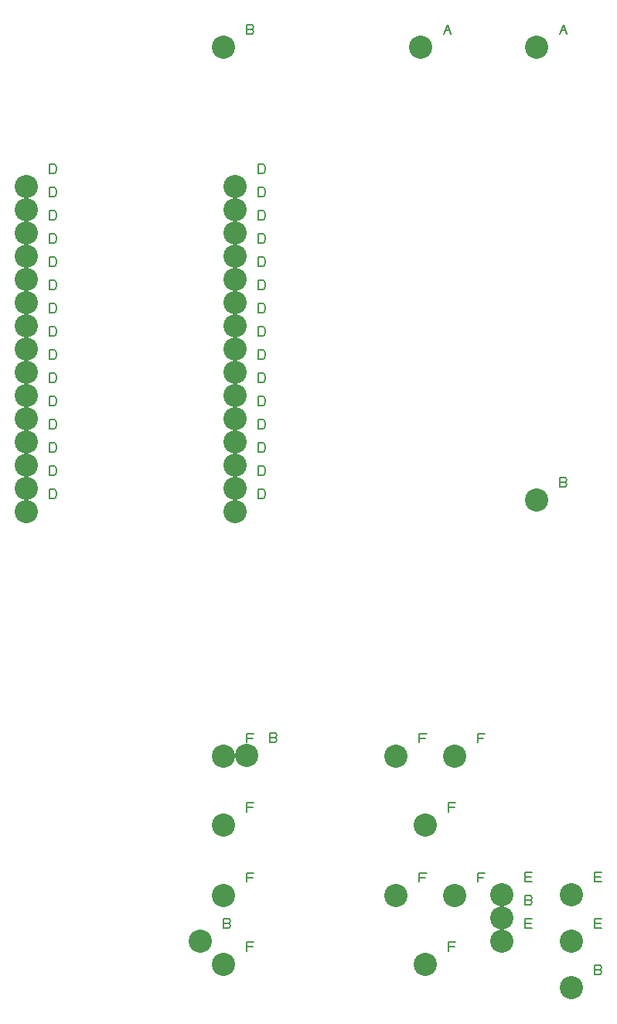
<source format=gbr>
G04 EasyPC Gerber Version 21.0.3 Build 4286 *
G04 #@! TF.Part,Single*
G04 #@! TF.FileFunction,Drillmap *
G04 #@! TF.FilePolarity,Positive *
%FSLAX35Y35*%
%MOIN*%
%ADD11C,0.00500*%
G04 #@! TA.AperFunction,WasherPad*
%ADD20C,0.10000*%
X0Y0D02*
D02*
D11*
X115250Y261187D02*
Y264937D01*
X117125*
X117750Y264625*
X118063Y264313*
X118375Y263687*
Y262437*
X118063Y261813*
X117750Y261500*
X117125Y261187*
X115250*
Y271187D02*
Y274937D01*
X117125*
X117750Y274625*
X118063Y274313*
X118375Y273687*
Y272437*
X118063Y271813*
X117750Y271500*
X117125Y271187*
X115250*
Y281187D02*
Y284937D01*
X117125*
X117750Y284625*
X118063Y284313*
X118375Y283687*
Y282437*
X118063Y281813*
X117750Y281500*
X117125Y281187*
X115250*
Y291187D02*
Y294937D01*
X117125*
X117750Y294625*
X118063Y294313*
X118375Y293687*
Y292437*
X118063Y291813*
X117750Y291500*
X117125Y291187*
X115250*
Y301187D02*
Y304937D01*
X117125*
X117750Y304625*
X118063Y304313*
X118375Y303687*
Y302437*
X118063Y301813*
X117750Y301500*
X117125Y301187*
X115250*
Y311187D02*
Y314937D01*
X117125*
X117750Y314625*
X118063Y314313*
X118375Y313687*
Y312437*
X118063Y311813*
X117750Y311500*
X117125Y311187*
X115250*
Y321187D02*
Y324937D01*
X117125*
X117750Y324625*
X118063Y324313*
X118375Y323687*
Y322437*
X118063Y321813*
X117750Y321500*
X117125Y321187*
X115250*
Y331187D02*
Y334937D01*
X117125*
X117750Y334625*
X118063Y334313*
X118375Y333687*
Y332437*
X118063Y331813*
X117750Y331500*
X117125Y331187*
X115250*
Y341187D02*
Y344937D01*
X117125*
X117750Y344625*
X118063Y344313*
X118375Y343687*
Y342437*
X118063Y341813*
X117750Y341500*
X117125Y341187*
X115250*
Y351187D02*
Y354937D01*
X117125*
X117750Y354625*
X118063Y354313*
X118375Y353687*
Y352437*
X118063Y351813*
X117750Y351500*
X117125Y351187*
X115250*
Y361187D02*
Y364937D01*
X117125*
X117750Y364625*
X118063Y364313*
X118375Y363687*
Y362437*
X118063Y361813*
X117750Y361500*
X117125Y361187*
X115250*
Y371187D02*
Y374937D01*
X117125*
X117750Y374625*
X118063Y374313*
X118375Y373687*
Y372437*
X118063Y371813*
X117750Y371500*
X117125Y371187*
X115250*
Y381187D02*
Y384937D01*
X117125*
X117750Y384625*
X118063Y384313*
X118375Y383687*
Y382437*
X118063Y381813*
X117750Y381500*
X117125Y381187*
X115250*
Y391187D02*
Y394937D01*
X117125*
X117750Y394625*
X118063Y394313*
X118375Y393687*
Y392437*
X118063Y391813*
X117750Y391500*
X117125Y391187*
X115250*
Y401187D02*
Y404937D01*
X117125*
X117750Y404625*
X118063Y404313*
X118375Y403687*
Y402437*
X118063Y401813*
X117750Y401500*
X117125Y401187*
X115250*
X192437Y78063D02*
X193063Y77750D01*
X193375Y77125*
X193063Y76500*
X192437Y76187*
X190250*
Y79937*
X192437*
X193063Y79625*
X193375Y79000*
X193063Y78375*
X192437Y78063*
X190250*
X200250Y66187D02*
Y69937D01*
X203375*
X202750Y68063D02*
X200250D01*
Y95951D02*
Y99701D01*
X203375*
X202750Y97826D02*
X200250D01*
Y126187D02*
Y129937D01*
X203375*
X202750Y128063D02*
X200250D01*
Y155951D02*
Y159701D01*
X203375*
X202750Y157826D02*
X200250D01*
X202437Y463063D02*
X203063Y462750D01*
X203375Y462125*
X203063Y461500*
X202437Y461187*
X200250*
Y464937*
X202437*
X203063Y464625*
X203375Y464000*
X203063Y463375*
X202437Y463063*
X200250*
X205250Y261187D02*
Y264937D01*
X207125*
X207750Y264625*
X208063Y264313*
X208375Y263687*
Y262437*
X208063Y261813*
X207750Y261500*
X207125Y261187*
X205250*
Y271187D02*
Y274937D01*
X207125*
X207750Y274625*
X208063Y274313*
X208375Y273687*
Y272437*
X208063Y271813*
X207750Y271500*
X207125Y271187*
X205250*
Y281187D02*
Y284937D01*
X207125*
X207750Y284625*
X208063Y284313*
X208375Y283687*
Y282437*
X208063Y281813*
X207750Y281500*
X207125Y281187*
X205250*
Y291187D02*
Y294937D01*
X207125*
X207750Y294625*
X208063Y294313*
X208375Y293687*
Y292437*
X208063Y291813*
X207750Y291500*
X207125Y291187*
X205250*
Y301187D02*
Y304937D01*
X207125*
X207750Y304625*
X208063Y304313*
X208375Y303687*
Y302437*
X208063Y301813*
X207750Y301500*
X207125Y301187*
X205250*
Y311187D02*
Y314937D01*
X207125*
X207750Y314625*
X208063Y314313*
X208375Y313687*
Y312437*
X208063Y311813*
X207750Y311500*
X207125Y311187*
X205250*
Y321187D02*
Y324937D01*
X207125*
X207750Y324625*
X208063Y324313*
X208375Y323687*
Y322437*
X208063Y321813*
X207750Y321500*
X207125Y321187*
X205250*
Y331187D02*
Y334937D01*
X207125*
X207750Y334625*
X208063Y334313*
X208375Y333687*
Y332437*
X208063Y331813*
X207750Y331500*
X207125Y331187*
X205250*
Y341187D02*
Y344937D01*
X207125*
X207750Y344625*
X208063Y344313*
X208375Y343687*
Y342437*
X208063Y341813*
X207750Y341500*
X207125Y341187*
X205250*
Y351187D02*
Y354937D01*
X207125*
X207750Y354625*
X208063Y354313*
X208375Y353687*
Y352437*
X208063Y351813*
X207750Y351500*
X207125Y351187*
X205250*
Y361187D02*
Y364937D01*
X207125*
X207750Y364625*
X208063Y364313*
X208375Y363687*
Y362437*
X208063Y361813*
X207750Y361500*
X207125Y361187*
X205250*
Y371187D02*
Y374937D01*
X207125*
X207750Y374625*
X208063Y374313*
X208375Y373687*
Y372437*
X208063Y371813*
X207750Y371500*
X207125Y371187*
X205250*
Y381187D02*
Y384937D01*
X207125*
X207750Y384625*
X208063Y384313*
X208375Y383687*
Y382437*
X208063Y381813*
X207750Y381500*
X207125Y381187*
X205250*
Y391187D02*
Y394937D01*
X207125*
X207750Y394625*
X208063Y394313*
X208375Y393687*
Y392437*
X208063Y391813*
X207750Y391500*
X207125Y391187*
X205250*
Y401187D02*
Y404937D01*
X207125*
X207750Y404625*
X208063Y404313*
X208375Y403687*
Y402437*
X208063Y401813*
X207750Y401500*
X207125Y401187*
X205250*
X212437Y158063D02*
X213063Y157750D01*
X213375Y157125*
X213063Y156500*
X212437Y156187*
X210250*
Y159937*
X212437*
X213063Y159625*
X213375Y159000*
X213063Y158375*
X212437Y158063*
X210250*
X274659Y95951D02*
Y99701D01*
X277785*
X277159Y97826D02*
X274659D01*
Y155951D02*
Y159701D01*
X277785*
X277159Y157826D02*
X274659D01*
X285250Y461187D02*
X286813Y464937D01*
X288375Y461187*
X285875Y462750D02*
X287750D01*
X287258Y66187D02*
Y69937D01*
X290383*
X289758Y68063D02*
X287258D01*
Y126187D02*
Y129937D01*
X290383*
X289758Y128063D02*
X287258D01*
X299856Y95951D02*
Y99701D01*
X302981*
X302356Y97826D02*
X299856D01*
Y155951D02*
Y159701D01*
X302981*
X302356Y157826D02*
X299856D01*
X320250Y76187D02*
Y79937D01*
X323375*
X322750Y78063D02*
X320250D01*
Y76187D02*
X323375D01*
X322437Y88063D02*
X323063Y87750D01*
X323375Y87125*
X323063Y86500*
X322437Y86187*
X320250*
Y89937*
X322437*
X323063Y89625*
X323375Y89000*
X323063Y88375*
X322437Y88063*
X320250*
Y96187D02*
Y99937D01*
X323375*
X322750Y98063D02*
X320250D01*
Y96187D02*
X323375D01*
X337437Y268063D02*
X338063Y267750D01*
X338375Y267125*
X338063Y266500*
X337437Y266187*
X335250*
Y269937*
X337437*
X338063Y269625*
X338375Y269000*
X338063Y268375*
X337437Y268063*
X335250*
Y461187D02*
X336813Y464937D01*
X338375Y461187*
X335875Y462750D02*
X337750D01*
X352437Y58063D02*
X353063Y57750D01*
X353375Y57125*
X353063Y56500*
X352437Y56187*
X350250*
Y59937*
X352437*
X353063Y59625*
X353375Y59000*
X353063Y58375*
X352437Y58063*
X350250*
Y76187D02*
Y79937D01*
X353375*
X352750Y78063D02*
X350250D01*
Y76187D02*
X353375D01*
X350250Y96187D02*
Y99937D01*
X353375*
X352750Y98063D02*
X350250D01*
Y96187D02*
X353375D01*
D02*
D20*
X105250Y255250D03*
Y265250D03*
Y275250D03*
Y285250D03*
Y295250D03*
Y305250D03*
Y315250D03*
Y325250D03*
Y335250D03*
Y345250D03*
Y355250D03*
Y365250D03*
Y375250D03*
Y385250D03*
Y395250D03*
X180250Y70250D03*
X190250Y60250D03*
Y90014D03*
Y120250D03*
Y150014D03*
Y455250D03*
X195250Y255250D03*
Y265250D03*
Y275250D03*
Y285250D03*
Y295250D03*
Y305250D03*
Y315250D03*
Y325250D03*
Y335250D03*
Y345250D03*
Y355250D03*
Y365250D03*
Y375250D03*
Y385250D03*
Y395250D03*
X200250Y150250D03*
X264659Y90014D03*
Y150014D03*
X275250Y455250D03*
X277258Y60250D03*
Y120250D03*
X289856Y90014D03*
Y150014D03*
X310250Y70250D03*
Y80250D03*
Y90250D03*
X325250Y260250D03*
Y455250D03*
X340250Y50250D03*
Y70250D03*
Y90250D03*
X0Y0D02*
M02*

</source>
